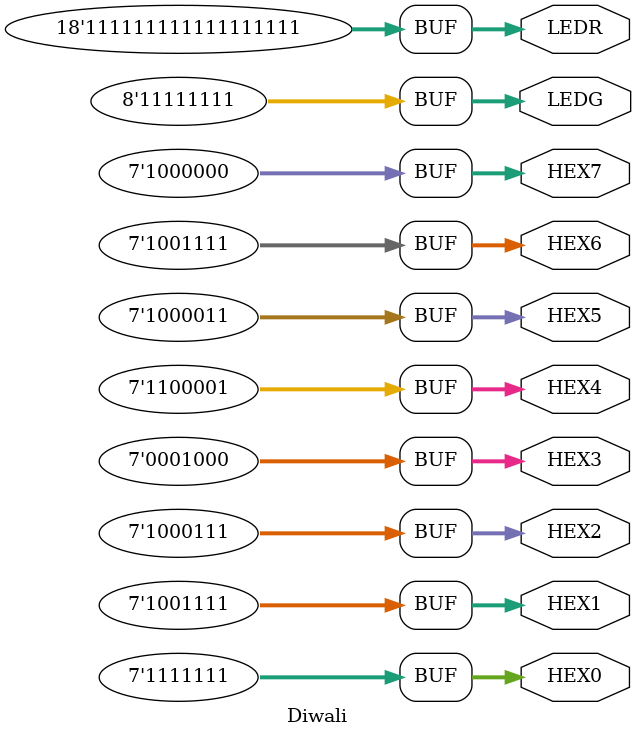
<source format=v>
module Diwali(output [6:0]HEX0, HEX1, HEX2, HEX3, HEX4, HEX5, HEX6, HEX7, output [17:0]LEDR, output [7:0]LEDG);
/*assign HEX6 = 7'b1111111;
assign HEX5 = 7'b0001001;
assign HEX4 = 7'b0001000;
assign HEX3 = 7'b0001100;
assign HEX2 = 7'b0001100;
assign HEX1 = 7'b0010001;
assign HEX0 = 7'b1111111;
assign HEX6 = 7'b1111111;
assign HEX7 = 7'b1111111;*/
assign LEDR = 18'b111111111111111111;
assign LEDG = 8'b11111111;
assign HEX7 = 7'b1000000;
assign HEX6 = 7'b1001111;
assign HEX5 = 7'b1000011;
assign HEX4 = 7'b1100001;
assign HEX3 = 7'b0001000;
assign HEX2 = 7'b1000111;
assign HEX1 = 7'b1001111;
assign HEX0 = 7'b1111111;
endmodule

</source>
